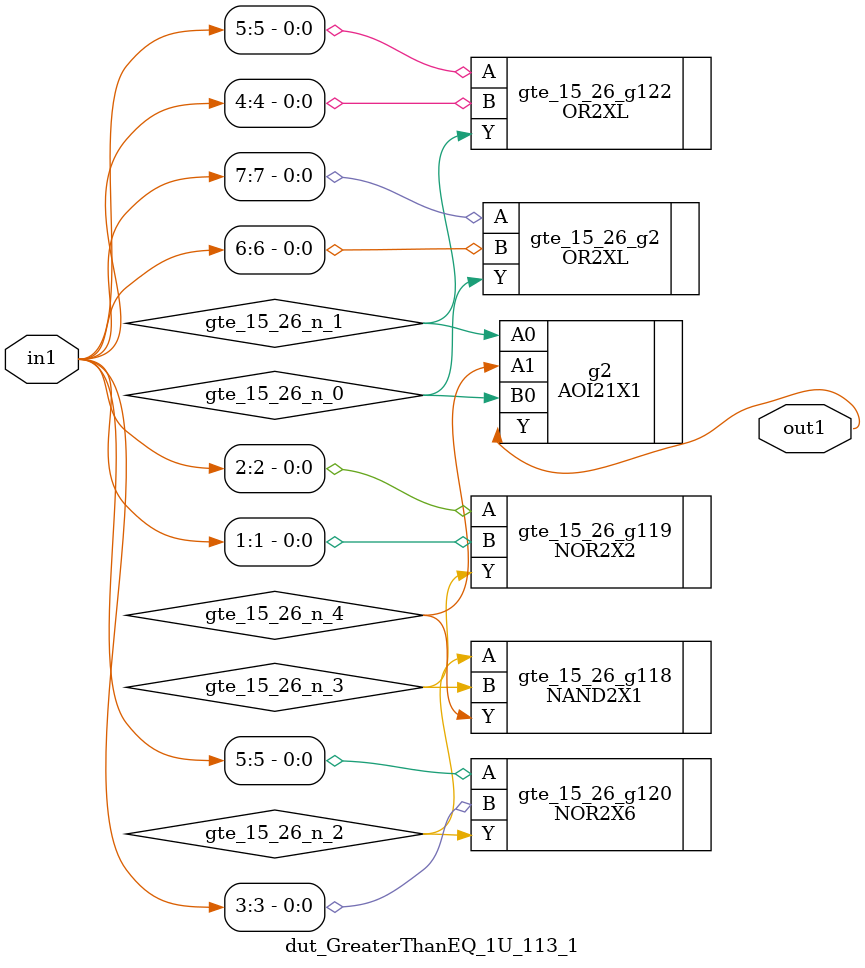
<source format=v>
`timescale 1ps / 1ps


module dut_GreaterThanEQ_1U_113_1(in1, out1);
  input [7:0] in1;
  output out1;
  wire [7:0] in1;
  wire out1;
  wire gte_15_26_n_0, gte_15_26_n_1, gte_15_26_n_2, gte_15_26_n_3,
       gte_15_26_n_4;
  NAND2X1 gte_15_26_g118(.A (gte_15_26_n_2), .B (gte_15_26_n_3), .Y
       (gte_15_26_n_4));
  NOR2X2 gte_15_26_g119(.A (in1[2]), .B (in1[1]), .Y (gte_15_26_n_3));
  NOR2X6 gte_15_26_g120(.A (in1[5]), .B (in1[3]), .Y (gte_15_26_n_2));
  OR2XL gte_15_26_g122(.A (in1[5]), .B (in1[4]), .Y (gte_15_26_n_1));
  OR2XL gte_15_26_g2(.A (in1[7]), .B (in1[6]), .Y (gte_15_26_n_0));
  AOI21X1 g2(.A0 (gte_15_26_n_1), .A1 (gte_15_26_n_4), .B0
       (gte_15_26_n_0), .Y (out1));
endmodule



</source>
